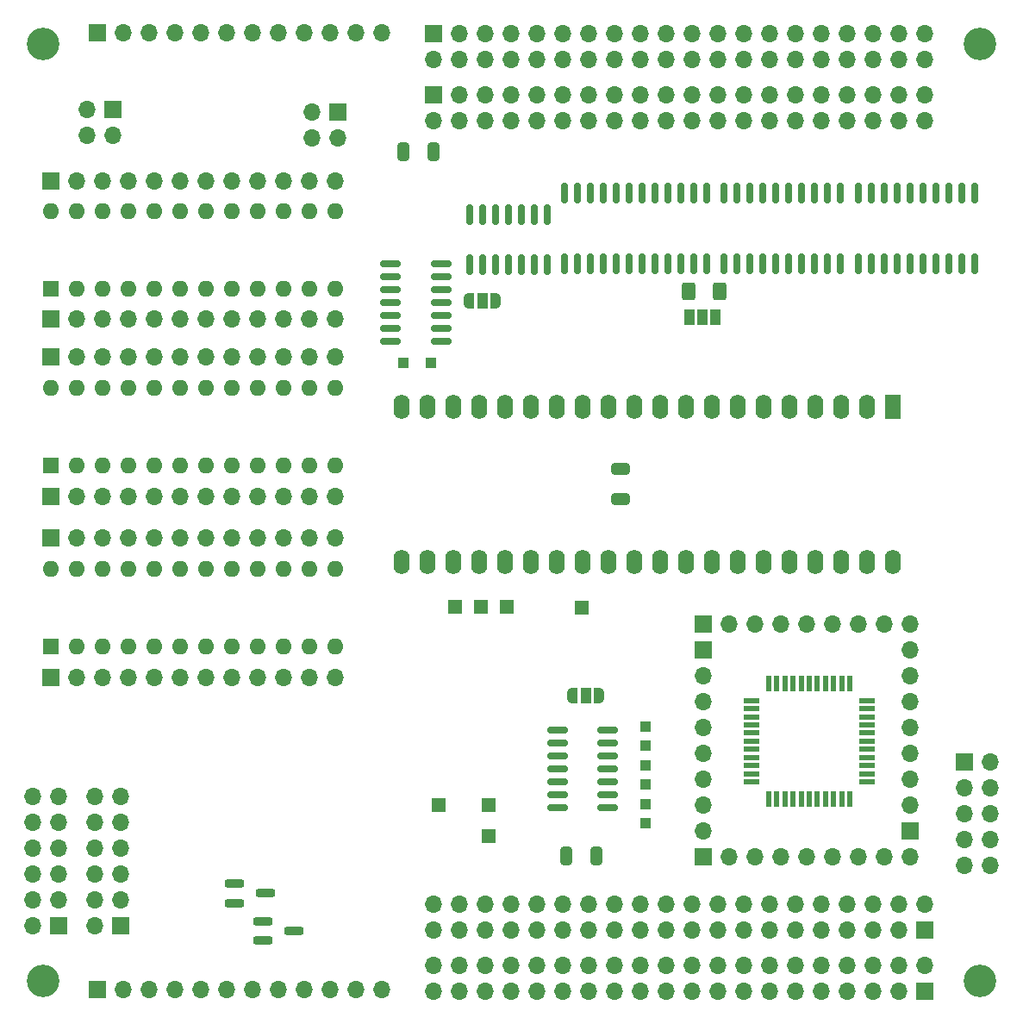
<source format=gbr>
%TF.GenerationSoftware,KiCad,Pcbnew,8.0.7-8.0.7-0~ubuntu22.04.1*%
%TF.CreationDate,2024-12-26T12:21:12+01:00*%
%TF.ProjectId,schematics_v10,73636865-6d61-4746-9963-735f7631302e,rev?*%
%TF.SameCoordinates,Original*%
%TF.FileFunction,Soldermask,Top*%
%TF.FilePolarity,Negative*%
%FSLAX46Y46*%
G04 Gerber Fmt 4.6, Leading zero omitted, Abs format (unit mm)*
G04 Created by KiCad (PCBNEW 8.0.7-8.0.7-0~ubuntu22.04.1) date 2024-12-26 12:21:12*
%MOMM*%
%LPD*%
G01*
G04 APERTURE LIST*
G04 Aperture macros list*
%AMRoundRect*
0 Rectangle with rounded corners*
0 $1 Rounding radius*
0 $2 $3 $4 $5 $6 $7 $8 $9 X,Y pos of 4 corners*
0 Add a 4 corners polygon primitive as box body*
4,1,4,$2,$3,$4,$5,$6,$7,$8,$9,$2,$3,0*
0 Add four circle primitives for the rounded corners*
1,1,$1+$1,$2,$3*
1,1,$1+$1,$4,$5*
1,1,$1+$1,$6,$7*
1,1,$1+$1,$8,$9*
0 Add four rect primitives between the rounded corners*
20,1,$1+$1,$2,$3,$4,$5,0*
20,1,$1+$1,$4,$5,$6,$7,0*
20,1,$1+$1,$6,$7,$8,$9,0*
20,1,$1+$1,$8,$9,$2,$3,0*%
%AMFreePoly0*
4,1,19,0.550000,-0.750000,0.000000,-0.750000,0.000000,-0.744911,-0.071157,-0.744911,-0.207708,-0.704816,-0.327430,-0.627875,-0.420627,-0.520320,-0.479746,-0.390866,-0.500000,-0.250000,-0.500000,0.250000,-0.479746,0.390866,-0.420627,0.520320,-0.327430,0.627875,-0.207708,0.704816,-0.071157,0.744911,0.000000,0.744911,0.000000,0.750000,0.550000,0.750000,0.550000,-0.750000,0.550000,-0.750000,
$1*%
%AMFreePoly1*
4,1,19,0.000000,0.744911,0.071157,0.744911,0.207708,0.704816,0.327430,0.627875,0.420627,0.520320,0.479746,0.390866,0.500000,0.250000,0.500000,-0.250000,0.479746,-0.390866,0.420627,-0.520320,0.327430,-0.627875,0.207708,-0.704816,0.071157,-0.744911,0.000000,-0.744911,0.000000,-0.750000,-0.550000,-0.750000,-0.550000,0.750000,0.000000,0.750000,0.000000,0.744911,0.000000,0.744911,
$1*%
G04 Aperture macros list end*
%ADD10R,1.350000X1.350000*%
%ADD11R,1.000000X1.000000*%
%ADD12RoundRect,0.150000X-0.825000X-0.150000X0.825000X-0.150000X0.825000X0.150000X-0.825000X0.150000X0*%
%ADD13FreePoly0,0.000000*%
%ADD14R,1.000000X1.500000*%
%ADD15FreePoly1,0.000000*%
%ADD16FreePoly0,180.000000*%
%ADD17FreePoly1,180.000000*%
%ADD18RoundRect,0.250000X-0.650000X0.325000X-0.650000X-0.325000X0.650000X-0.325000X0.650000X0.325000X0*%
%ADD19R,1.600000X1.600000*%
%ADD20O,1.600000X1.600000*%
%ADD21R,1.700000X1.700000*%
%ADD22O,1.700000X1.700000*%
%ADD23RoundRect,0.150000X0.150000X-0.837500X0.150000X0.837500X-0.150000X0.837500X-0.150000X-0.837500X0*%
%ADD24RoundRect,0.250000X0.325000X0.650000X-0.325000X0.650000X-0.325000X-0.650000X0.325000X-0.650000X0*%
%ADD25C,3.200000*%
%ADD26RoundRect,0.200000X-0.750000X-0.200000X0.750000X-0.200000X0.750000X0.200000X-0.750000X0.200000X0*%
%ADD27RoundRect,0.150000X0.150000X-0.825000X0.150000X0.825000X-0.150000X0.825000X-0.150000X-0.825000X0*%
%ADD28RoundRect,0.250000X0.400000X0.625000X-0.400000X0.625000X-0.400000X-0.625000X0.400000X-0.625000X0*%
%ADD29R,0.550000X1.500000*%
%ADD30R,1.500000X0.550000*%
%ADD31RoundRect,0.150000X-0.150000X0.837500X-0.150000X-0.837500X0.150000X-0.837500X0.150000X0.837500X0*%
%ADD32R,1.600000X2.400000*%
%ADD33O,1.600000X2.400000*%
G04 APERTURE END LIST*
D10*
%TO.C,J30*%
X97790000Y-128778000D03*
%TD*%
%TO.C,J29*%
X97790000Y-131826000D03*
%TD*%
%TO.C,J28*%
X92837000Y-128778000D03*
%TD*%
D11*
%TO.C,J27*%
X113157000Y-126746000D03*
%TD*%
%TO.C,J19*%
X113157000Y-121031000D03*
%TD*%
%TO.C,J18*%
X113157000Y-130556000D03*
%TD*%
%TO.C,J17*%
X113157000Y-128651000D03*
%TD*%
%TO.C,J16*%
X113157000Y-124841000D03*
%TD*%
%TO.C,J9*%
X113157000Y-122936000D03*
%TD*%
D12*
%TO.C,U11*%
X104524000Y-121412000D03*
X104524000Y-122682000D03*
X104524000Y-123952000D03*
X104524000Y-125222000D03*
X104524000Y-126492000D03*
X104524000Y-127762000D03*
X104524000Y-129032000D03*
X109474000Y-129032000D03*
X109474000Y-127762000D03*
X109474000Y-126492000D03*
X109474000Y-125222000D03*
X109474000Y-123952000D03*
X109474000Y-122682000D03*
X109474000Y-121412000D03*
%TD*%
D13*
%TO.C,JP17*%
X106015000Y-117983000D03*
D14*
X107315000Y-117983000D03*
D15*
X108615000Y-117983000D03*
%TD*%
D16*
%TO.C,JP16*%
X98455000Y-79248000D03*
D14*
X97155000Y-79248000D03*
D17*
X95855000Y-79248000D03*
%TD*%
D10*
%TO.C,J15*%
X106934000Y-109347000D03*
%TD*%
%TO.C,J13*%
X94484097Y-109250000D03*
%TD*%
%TO.C,J11*%
X99500000Y-109250000D03*
%TD*%
%TO.C,J10*%
X97000000Y-109250000D03*
%TD*%
D14*
%TO.C,JP8*%
X117450600Y-80777795D03*
X118750600Y-80777795D03*
X120050600Y-80777795D03*
%TD*%
D18*
%TO.C,C5*%
X110750000Y-95750000D03*
X110750000Y-98700000D03*
%TD*%
D19*
%TO.C,J39*%
X54737000Y-113157000D03*
D20*
X57277000Y-113157000D03*
X59817000Y-113157000D03*
X62357000Y-113157000D03*
X64897000Y-113157000D03*
X67437000Y-113157000D03*
X69977000Y-113157000D03*
X72517000Y-113157000D03*
X75057000Y-113157000D03*
X77597000Y-113157000D03*
X80137000Y-113157000D03*
X82677000Y-113157000D03*
X82677000Y-105537000D03*
X80137000Y-105537000D03*
X77597000Y-105537000D03*
X75057000Y-105537000D03*
X72517000Y-105537000D03*
X69977000Y-105537000D03*
X67437000Y-105537000D03*
X64897000Y-105537000D03*
X62357000Y-105537000D03*
X59817000Y-105537000D03*
X57277000Y-105537000D03*
X54737000Y-105537000D03*
%TD*%
D21*
%TO.C,J8*%
X118872000Y-133858000D03*
D22*
X121412000Y-133858000D03*
X123952000Y-133858000D03*
X126492000Y-133858000D03*
X129032000Y-133858000D03*
X131572000Y-133858000D03*
X134112000Y-133858000D03*
X136652000Y-133858000D03*
X139192000Y-133858000D03*
%TD*%
D21*
%TO.C,J36*%
X61595000Y-140627000D03*
D22*
X59055000Y-140627000D03*
X61595000Y-138087000D03*
X59055000Y-138087000D03*
X61595000Y-135547000D03*
X59055000Y-135547000D03*
X61595000Y-133007000D03*
X59055000Y-133007000D03*
X61595000Y-130467000D03*
X59055000Y-130467000D03*
X61595000Y-127927000D03*
X59055000Y-127927000D03*
%TD*%
D21*
%TO.C,J1*%
X92367000Y-53000000D03*
D22*
X92367000Y-55540000D03*
X94907000Y-53000000D03*
X94907000Y-55540000D03*
X97447000Y-53000000D03*
X97447000Y-55540000D03*
X99987000Y-53000000D03*
X99987000Y-55540000D03*
X102527000Y-53000000D03*
X102527000Y-55540000D03*
X105067000Y-53000000D03*
X105067000Y-55540000D03*
X107607000Y-53000000D03*
X107607000Y-55540000D03*
X110147000Y-53000000D03*
X110147000Y-55540000D03*
X112687000Y-53000000D03*
X112687000Y-55540000D03*
X115227000Y-53000000D03*
X115227000Y-55540000D03*
X117767000Y-53000000D03*
X117767000Y-55540000D03*
X120307000Y-53000000D03*
X120307000Y-55540000D03*
X122847000Y-53000000D03*
X122847000Y-55540000D03*
X125387000Y-53000000D03*
X125387000Y-55540000D03*
X127927000Y-53000000D03*
X127927000Y-55540000D03*
X130467000Y-53000000D03*
X130467000Y-55540000D03*
X133007000Y-53000000D03*
X133007000Y-55540000D03*
X135547000Y-53000000D03*
X135547000Y-55540000D03*
X138087000Y-53000000D03*
X138087000Y-55540000D03*
X140627000Y-53000000D03*
X140627000Y-55540000D03*
%TD*%
D11*
%TO.C,J14*%
X89408000Y-85344000D03*
%TD*%
D23*
%TO.C,U3*%
X134053172Y-75556218D03*
X135323172Y-75556218D03*
X136593172Y-75556218D03*
X137863172Y-75556218D03*
X139133172Y-75556218D03*
X140403172Y-75556218D03*
X141673172Y-75556218D03*
X142943172Y-75556218D03*
X144213172Y-75556218D03*
X145483172Y-75556218D03*
X145483172Y-68631218D03*
X144213172Y-68631218D03*
X142943172Y-68631218D03*
X141673172Y-68631218D03*
X140403172Y-68631218D03*
X139133172Y-68631218D03*
X137863172Y-68631218D03*
X136593172Y-68631218D03*
X135323172Y-68631218D03*
X134053172Y-68631218D03*
%TD*%
D21*
%TO.C,J5*%
X118872000Y-110998000D03*
D22*
X121412000Y-110998000D03*
X123952000Y-110998000D03*
X126492000Y-110998000D03*
X129032000Y-110998000D03*
X131572000Y-110998000D03*
X134112000Y-110998000D03*
X136652000Y-110998000D03*
X139192000Y-110998000D03*
%TD*%
D21*
%TO.C,J4*%
X140627000Y-141000000D03*
D22*
X140627000Y-138460000D03*
X138087000Y-141000000D03*
X138087000Y-138460000D03*
X135547000Y-141000000D03*
X135547000Y-138460000D03*
X133007000Y-141000000D03*
X133007000Y-138460000D03*
X130467000Y-141000000D03*
X130467000Y-138460000D03*
X127927000Y-141000000D03*
X127927000Y-138460000D03*
X125387000Y-141000000D03*
X125387000Y-138460000D03*
X122847000Y-141000000D03*
X122847000Y-138460000D03*
X120307000Y-141000000D03*
X120307000Y-138460000D03*
X117767000Y-141000000D03*
X117767000Y-138460000D03*
X115227000Y-141000000D03*
X115227000Y-138460000D03*
X112687000Y-141000000D03*
X112687000Y-138460000D03*
X110147000Y-141000000D03*
X110147000Y-138460000D03*
X107607000Y-141000000D03*
X107607000Y-138460000D03*
X105067000Y-141000000D03*
X105067000Y-138460000D03*
X102527000Y-141000000D03*
X102527000Y-138460000D03*
X99987000Y-141000000D03*
X99987000Y-138460000D03*
X97447000Y-141000000D03*
X97447000Y-138460000D03*
X94907000Y-141000000D03*
X94907000Y-138460000D03*
X92367000Y-141000000D03*
X92367000Y-138460000D03*
%TD*%
D19*
%TO.C,J25*%
X54737000Y-95377000D03*
D20*
X57277000Y-95377000D03*
X59817000Y-95377000D03*
X62357000Y-95377000D03*
X64897000Y-95377000D03*
X67437000Y-95377000D03*
X69977000Y-95377000D03*
X72517000Y-95377000D03*
X75057000Y-95377000D03*
X77597000Y-95377000D03*
X80137000Y-95377000D03*
X82677000Y-95377000D03*
X82677000Y-87757000D03*
X80137000Y-87757000D03*
X77597000Y-87757000D03*
X75057000Y-87757000D03*
X72517000Y-87757000D03*
X69977000Y-87757000D03*
X67437000Y-87757000D03*
X64897000Y-87757000D03*
X62357000Y-87757000D03*
X59817000Y-87757000D03*
X57277000Y-87757000D03*
X54737000Y-87757000D03*
%TD*%
D24*
%TO.C,C4*%
X108343800Y-133705600D03*
X105393800Y-133705600D03*
%TD*%
D19*
%TO.C,J24*%
X54732000Y-78049000D03*
D20*
X57272000Y-78049000D03*
X59812000Y-78049000D03*
X62352000Y-78049000D03*
X64892000Y-78049000D03*
X67432000Y-78049000D03*
X69972000Y-78049000D03*
X72512000Y-78049000D03*
X75052000Y-78049000D03*
X77592000Y-78049000D03*
X80132000Y-78049000D03*
X82672000Y-78049000D03*
X82672000Y-70429000D03*
X80132000Y-70429000D03*
X77592000Y-70429000D03*
X75052000Y-70429000D03*
X72512000Y-70429000D03*
X69972000Y-70429000D03*
X67432000Y-70429000D03*
X64892000Y-70429000D03*
X62352000Y-70429000D03*
X59812000Y-70429000D03*
X57272000Y-70429000D03*
X54732000Y-70429000D03*
%TD*%
D21*
%TO.C,J37*%
X55540000Y-140627000D03*
D22*
X53000000Y-140627000D03*
X55540000Y-138087000D03*
X53000000Y-138087000D03*
X55540000Y-135547000D03*
X53000000Y-135547000D03*
X55540000Y-133007000D03*
X53000000Y-133007000D03*
X55540000Y-130467000D03*
X53000000Y-130467000D03*
X55540000Y-127927000D03*
X53000000Y-127927000D03*
%TD*%
D21*
%TO.C,J40*%
X54737000Y-102489000D03*
D22*
X57277000Y-102489000D03*
X59817000Y-102489000D03*
X62357000Y-102489000D03*
X64897000Y-102489000D03*
X67437000Y-102489000D03*
X69977000Y-102489000D03*
X72517000Y-102489000D03*
X75057000Y-102489000D03*
X77597000Y-102489000D03*
X80137000Y-102489000D03*
X82677000Y-102489000D03*
%TD*%
D21*
%TO.C,J23*%
X54737000Y-98425000D03*
D22*
X57277000Y-98425000D03*
X59817000Y-98425000D03*
X62357000Y-98425000D03*
X64897000Y-98425000D03*
X67437000Y-98425000D03*
X69977000Y-98425000D03*
X72517000Y-98425000D03*
X75057000Y-98425000D03*
X77597000Y-98425000D03*
X80137000Y-98425000D03*
X82677000Y-98425000D03*
%TD*%
D21*
%TO.C,J41*%
X60833000Y-60414000D03*
D22*
X58293000Y-60414000D03*
X60833000Y-62954000D03*
X58293000Y-62954000D03*
%TD*%
D21*
%TO.C,J20*%
X59340000Y-146893995D03*
D22*
X61880000Y-146893995D03*
X64420000Y-146893995D03*
X66960000Y-146893995D03*
X69500000Y-146893995D03*
X72040000Y-146893995D03*
X74580000Y-146893995D03*
X77120000Y-146893995D03*
X79660000Y-146893995D03*
X82200000Y-146893995D03*
X84740000Y-146893995D03*
X87280000Y-146893995D03*
%TD*%
D21*
%TO.C,J2*%
X140627000Y-147000000D03*
D22*
X140627000Y-144460000D03*
X138087000Y-147000000D03*
X138087000Y-144460000D03*
X135547000Y-147000000D03*
X135547000Y-144460000D03*
X133007000Y-147000000D03*
X133007000Y-144460000D03*
X130467000Y-147000000D03*
X130467000Y-144460000D03*
X127927000Y-147000000D03*
X127927000Y-144460000D03*
X125387000Y-147000000D03*
X125387000Y-144460000D03*
X122847000Y-147000000D03*
X122847000Y-144460000D03*
X120307000Y-147000000D03*
X120307000Y-144460000D03*
X117767000Y-147000000D03*
X117767000Y-144460000D03*
X115227000Y-147000000D03*
X115227000Y-144460000D03*
X112687000Y-147000000D03*
X112687000Y-144460000D03*
X110147000Y-147000000D03*
X110147000Y-144460000D03*
X107607000Y-147000000D03*
X107607000Y-144460000D03*
X105067000Y-147000000D03*
X105067000Y-144460000D03*
X102527000Y-147000000D03*
X102527000Y-144460000D03*
X99987000Y-147000000D03*
X99987000Y-144460000D03*
X97447000Y-147000000D03*
X97447000Y-144460000D03*
X94907000Y-147000000D03*
X94907000Y-144460000D03*
X92367000Y-147000000D03*
X92367000Y-144460000D03*
%TD*%
D21*
%TO.C,J6*%
X139192000Y-131318000D03*
D22*
X139192000Y-128778000D03*
X139192000Y-126238000D03*
X139192000Y-123698000D03*
X139192000Y-121158000D03*
X139192000Y-118618000D03*
X139192000Y-116078000D03*
X139192000Y-113538000D03*
%TD*%
D21*
%TO.C,J26*%
X54737000Y-67437000D03*
D22*
X57277000Y-67437000D03*
X59817000Y-67437000D03*
X62357000Y-67437000D03*
X64897000Y-67437000D03*
X67437000Y-67437000D03*
X69977000Y-67437000D03*
X72517000Y-67437000D03*
X75057000Y-67437000D03*
X77597000Y-67437000D03*
X80137000Y-67437000D03*
X82677000Y-67437000D03*
%TD*%
D25*
%TO.C,H3*%
X146000000Y-54000000D03*
%TD*%
D21*
%TO.C,J38*%
X54737000Y-116205000D03*
D22*
X57277000Y-116205000D03*
X59817000Y-116205000D03*
X62357000Y-116205000D03*
X64897000Y-116205000D03*
X67437000Y-116205000D03*
X69977000Y-116205000D03*
X72517000Y-116205000D03*
X75057000Y-116205000D03*
X77597000Y-116205000D03*
X80137000Y-116205000D03*
X82677000Y-116205000D03*
%TD*%
D12*
%TO.C,U9*%
X88138000Y-75565000D03*
X88138000Y-76835000D03*
X88138000Y-78105000D03*
X88138000Y-79375000D03*
X88138000Y-80645000D03*
X88138000Y-81915000D03*
X88138000Y-83185000D03*
X93088000Y-83185000D03*
X93088000Y-81915000D03*
X93088000Y-80645000D03*
X93088000Y-79375000D03*
X93088000Y-78105000D03*
X93088000Y-76835000D03*
X93088000Y-75565000D03*
%TD*%
D11*
%TO.C,J12*%
X92075000Y-85344000D03*
%TD*%
D21*
%TO.C,J7*%
X118872000Y-113538000D03*
D22*
X118872000Y-116078000D03*
X118872000Y-118618000D03*
X118872000Y-121158000D03*
X118872000Y-123698000D03*
X118872000Y-126238000D03*
X118872000Y-128778000D03*
X118872000Y-131318000D03*
%TD*%
D26*
%TO.C,D8*%
X72795000Y-136464000D03*
X72795000Y-138364000D03*
X75795000Y-137414000D03*
%TD*%
D21*
%TO.C,J3*%
X92367000Y-59000000D03*
D22*
X92367000Y-61540000D03*
X94907000Y-59000000D03*
X94907000Y-61540000D03*
X97447000Y-59000000D03*
X97447000Y-61540000D03*
X99987000Y-59000000D03*
X99987000Y-61540000D03*
X102527000Y-59000000D03*
X102527000Y-61540000D03*
X105067000Y-59000000D03*
X105067000Y-61540000D03*
X107607000Y-59000000D03*
X107607000Y-61540000D03*
X110147000Y-59000000D03*
X110147000Y-61540000D03*
X112687000Y-59000000D03*
X112687000Y-61540000D03*
X115227000Y-59000000D03*
X115227000Y-61540000D03*
X117767000Y-59000000D03*
X117767000Y-61540000D03*
X120307000Y-59000000D03*
X120307000Y-61540000D03*
X122847000Y-59000000D03*
X122847000Y-61540000D03*
X125387000Y-59000000D03*
X125387000Y-61540000D03*
X127927000Y-59000000D03*
X127927000Y-61540000D03*
X130467000Y-59000000D03*
X130467000Y-61540000D03*
X133007000Y-59000000D03*
X133007000Y-61540000D03*
X135547000Y-59000000D03*
X135547000Y-61540000D03*
X138087000Y-59000000D03*
X138087000Y-61540000D03*
X140627000Y-59000000D03*
X140627000Y-61540000D03*
%TD*%
D21*
%TO.C,J22*%
X54737000Y-81026000D03*
D22*
X57277000Y-81026000D03*
X59817000Y-81026000D03*
X62357000Y-81026000D03*
X64897000Y-81026000D03*
X67437000Y-81026000D03*
X69977000Y-81026000D03*
X72517000Y-81026000D03*
X75057000Y-81026000D03*
X77597000Y-81026000D03*
X80137000Y-81026000D03*
X82677000Y-81026000D03*
%TD*%
D26*
%TO.C,D10*%
X75589000Y-140147000D03*
X75589000Y-142047000D03*
X78589000Y-141097000D03*
%TD*%
D27*
%TO.C,U8*%
X95885000Y-75689000D03*
X97155000Y-75689000D03*
X98425000Y-75689000D03*
X99695000Y-75689000D03*
X100965000Y-75689000D03*
X102235000Y-75689000D03*
X103505000Y-75689000D03*
X103505000Y-70739000D03*
X102235000Y-70739000D03*
X100965000Y-70739000D03*
X99695000Y-70739000D03*
X98425000Y-70739000D03*
X97155000Y-70739000D03*
X95885000Y-70739000D03*
%TD*%
D28*
%TO.C,R2*%
X120477800Y-78237795D03*
X117377800Y-78237795D03*
%TD*%
D25*
%TO.C,H1*%
X54000000Y-54000000D03*
%TD*%
D29*
%TO.C,U1*%
X125261000Y-128163800D03*
X126061000Y-128163800D03*
X126861000Y-128163800D03*
X127661000Y-128163800D03*
X128461000Y-128163800D03*
X129261000Y-128163800D03*
X130061000Y-128163800D03*
X130861000Y-128163800D03*
X131661000Y-128163800D03*
X132461000Y-128163800D03*
X133261000Y-128163800D03*
D30*
X134961000Y-126463800D03*
X134961000Y-125663800D03*
X134961000Y-124863800D03*
X134961000Y-124063800D03*
X134961000Y-123263800D03*
X134961000Y-122463800D03*
X134961000Y-121663800D03*
X134961000Y-120863800D03*
X134961000Y-120063800D03*
X134961000Y-119263800D03*
X134961000Y-118463800D03*
D29*
X133261000Y-116763800D03*
X132461000Y-116763800D03*
X131661000Y-116763800D03*
X130861000Y-116763800D03*
X130061000Y-116763800D03*
X129261000Y-116763800D03*
X128461000Y-116763800D03*
X127661000Y-116763800D03*
X126861000Y-116763800D03*
X126061000Y-116763800D03*
X125261000Y-116763800D03*
D30*
X123561000Y-118463800D03*
X123561000Y-119263800D03*
X123561000Y-120063800D03*
X123561000Y-120863800D03*
X123561000Y-121663800D03*
X123561000Y-122463800D03*
X123561000Y-123263800D03*
X123561000Y-124063800D03*
X123561000Y-124863800D03*
X123561000Y-125663800D03*
X123561000Y-126463800D03*
%TD*%
D21*
%TO.C,J42*%
X82931000Y-60706000D03*
D22*
X80391000Y-60706000D03*
X82931000Y-63246000D03*
X80391000Y-63246000D03*
%TD*%
D25*
%TO.C,H2*%
X54000000Y-146000000D03*
%TD*%
D24*
%TO.C,C1*%
X92363600Y-64547195D03*
X89413600Y-64547195D03*
%TD*%
D21*
%TO.C,J35*%
X54737000Y-84709000D03*
D22*
X57277000Y-84709000D03*
X59817000Y-84709000D03*
X62357000Y-84709000D03*
X64897000Y-84709000D03*
X67437000Y-84709000D03*
X69977000Y-84709000D03*
X72517000Y-84709000D03*
X75057000Y-84709000D03*
X77597000Y-84709000D03*
X80137000Y-84709000D03*
X82677000Y-84709000D03*
%TD*%
D21*
%TO.C,J34*%
X144460000Y-124500000D03*
D22*
X147000000Y-124500000D03*
X144460000Y-127040000D03*
X147000000Y-127040000D03*
X144460000Y-129580000D03*
X147000000Y-129580000D03*
X144460000Y-132120000D03*
X147000000Y-132120000D03*
X144460000Y-134660000D03*
X147000000Y-134660000D03*
%TD*%
D21*
%TO.C,J21*%
X59340000Y-52913995D03*
D22*
X61880000Y-52913995D03*
X64420000Y-52913995D03*
X66960000Y-52913995D03*
X69500000Y-52913995D03*
X72040000Y-52913995D03*
X74580000Y-52913995D03*
X77120000Y-52913995D03*
X79660000Y-52913995D03*
X82200000Y-52913995D03*
X84740000Y-52913995D03*
X87280000Y-52913995D03*
%TD*%
D31*
%TO.C,U5*%
X119168772Y-68663618D03*
X117898772Y-68663618D03*
X116628772Y-68663618D03*
X115358772Y-68663618D03*
X114088772Y-68663618D03*
X112818772Y-68663618D03*
X111548772Y-68663618D03*
X110278772Y-68663618D03*
X109008772Y-68663618D03*
X107738772Y-68663618D03*
X106468772Y-68663618D03*
X105198772Y-68663618D03*
X105198772Y-75588618D03*
X106468772Y-75588618D03*
X107738772Y-75588618D03*
X109008772Y-75588618D03*
X110278772Y-75588618D03*
X111548772Y-75588618D03*
X112818772Y-75588618D03*
X114088772Y-75588618D03*
X115358772Y-75588618D03*
X116628772Y-75588618D03*
X117898772Y-75588618D03*
X119168772Y-75588618D03*
%TD*%
D25*
%TO.C,H4*%
X146000000Y-146000000D03*
%TD*%
D32*
%TO.C,U10*%
X137500000Y-89625000D03*
D33*
X134960000Y-89625000D03*
X132420000Y-89625000D03*
X129880000Y-89625000D03*
X127340000Y-89625000D03*
X124800000Y-89625000D03*
X122260000Y-89625000D03*
X119720000Y-89625000D03*
X117180000Y-89625000D03*
X114640000Y-89625000D03*
X112100000Y-89625000D03*
X109560000Y-89625000D03*
X107020000Y-89625000D03*
X104480000Y-89625000D03*
X101940000Y-89625000D03*
X99400000Y-89625000D03*
X96860000Y-89625000D03*
X94320000Y-89625000D03*
X91780000Y-89625000D03*
X89240000Y-89625000D03*
X89240000Y-104865000D03*
X91780000Y-104865000D03*
X94320000Y-104865000D03*
X96860000Y-104865000D03*
X99400000Y-104865000D03*
X101940000Y-104865000D03*
X104480000Y-104865000D03*
X107020000Y-104865000D03*
X109560000Y-104865000D03*
X112100000Y-104865000D03*
X114640000Y-104865000D03*
X117180000Y-104865000D03*
X119720000Y-104865000D03*
X122260000Y-104865000D03*
X124800000Y-104865000D03*
X127340000Y-104865000D03*
X129880000Y-104865000D03*
X132420000Y-104865000D03*
X134960000Y-104865000D03*
X137500000Y-104865000D03*
%TD*%
D23*
%TO.C,U2*%
X120895972Y-75572418D03*
X122165972Y-75572418D03*
X123435972Y-75572418D03*
X124705972Y-75572418D03*
X125975972Y-75572418D03*
X127245972Y-75572418D03*
X128515972Y-75572418D03*
X129785972Y-75572418D03*
X131055972Y-75572418D03*
X132325972Y-75572418D03*
X132325972Y-68647418D03*
X131055972Y-68647418D03*
X129785972Y-68647418D03*
X128515972Y-68647418D03*
X127245972Y-68647418D03*
X125975972Y-68647418D03*
X124705972Y-68647418D03*
X123435972Y-68647418D03*
X122165972Y-68647418D03*
X120895972Y-68647418D03*
%TD*%
M02*

</source>
